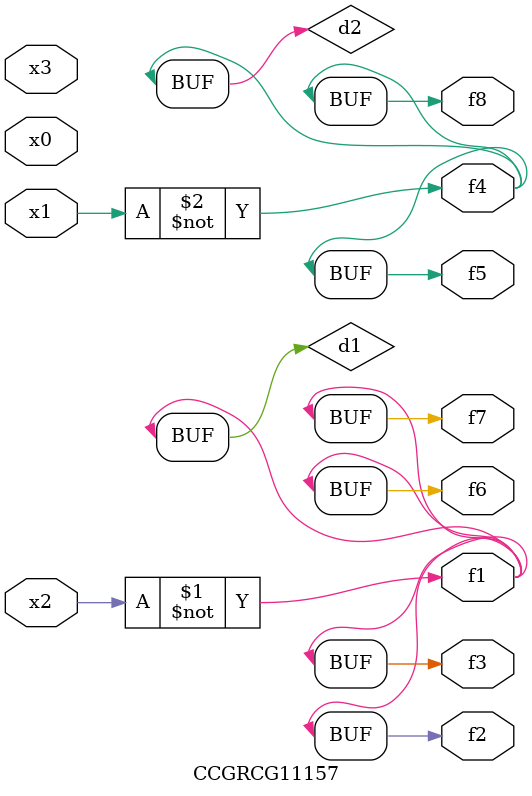
<source format=v>
module CCGRCG11157(
	input x0, x1, x2, x3,
	output f1, f2, f3, f4, f5, f6, f7, f8
);

	wire d1, d2;

	xnor (d1, x2);
	not (d2, x1);
	assign f1 = d1;
	assign f2 = d1;
	assign f3 = d1;
	assign f4 = d2;
	assign f5 = d2;
	assign f6 = d1;
	assign f7 = d1;
	assign f8 = d2;
endmodule

</source>
